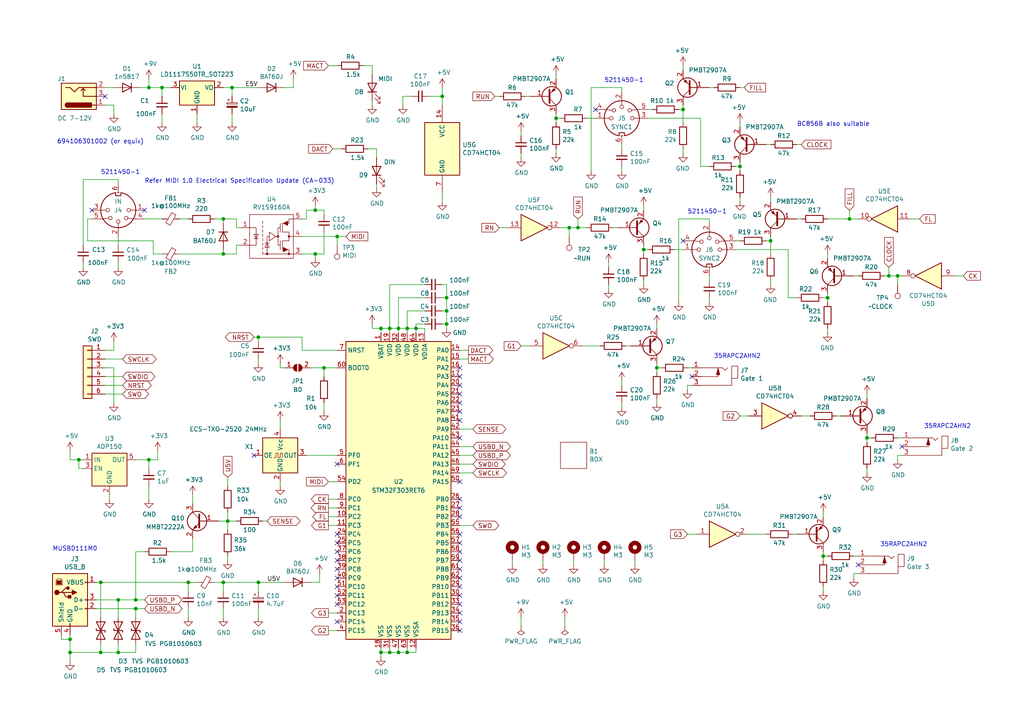
<source format=kicad_sch>
(kicad_sch (version 20211123) (generator eeschema)
  (paper "A4")
  (title_block (title "Syncbox") (date "2024-04-21") (rev "1.1") (company "6-v") (comment 1 "USB, MIDI, DIN synchronisation"))
  (junction (at 74.93 168.91))
  (junction (at 165.1 66.04))
  (junction (at 129.54 86.36))
  (junction (at 20.32 185.42))
  (junction (at 129.54 93.98))
  (junction (at 257.81 80.01))
  (junction (at 223.52 69.85))
  (junction (at 91.44 60.96))
  (junction (at 186.69 72.39))
  (junction (at 29.21 168.91))
  (junction (at 64.77 63.5))
  (junction (at 129.54 90.17))
  (junction (at 29.21 189.23))
  (junction (at 54.61 168.91))
  (junction (at 39.37 176.53))
  (junction (at 34.29 173.99))
  (junction (at 46.99 25.4))
  (junction (at 93.98 106.68))
  (junction (at 67.31 25.4))
  (junction (at 97.79 68.58))
  (junction (at 240.03 86.36))
  (junction (at 91.44 73.66))
  (junction (at 238.76 161.29))
  (junction (at 110.49 189.23))
  (junction (at 113.03 95.25))
  (junction (at 190.5 106.68))
  (junction (at 43.18 133.35))
  (junction (at 118.11 95.25))
  (junction (at 20.32 189.23))
  (junction (at 66.04 151.13))
  (junction (at 167.64 66.04))
  (junction (at 128.27 27.94))
  (junction (at 110.49 95.25))
  (junction (at 64.77 168.91))
  (junction (at 43.18 25.4))
  (junction (at 251.46 127))
  (junction (at 74.93 97.79))
  (junction (at 214.63 48.26))
  (junction (at 198.12 31.75))
  (junction (at 246.38 63.5))
  (junction (at 115.57 95.25))
  (junction (at 260.35 80.01))
  (junction (at 161.29 34.29))
  (junction (at 34.29 189.23))
  (junction (at 113.03 189.23))
  (junction (at 22.86 133.35))
  (junction (at 118.11 189.23))
  (junction (at 39.37 173.99))
  (junction (at 64.77 73.66))
  (junction (at 115.57 189.23))
  (junction (at 120.65 95.25))
  (no_connect (at 97.79 134.62))
  (no_connect (at 97.79 162.56))
  (no_connect (at 133.35 109.22))
  (no_connect (at 97.79 170.18))
  (no_connect (at 133.35 116.84))
  (no_connect (at 133.35 111.76))
  (no_connect (at 133.35 154.94))
  (no_connect (at 133.35 106.68))
  (no_connect (at 97.79 157.48))
  (no_connect (at 133.35 170.18))
  (no_connect (at 261.62 129.54))
  (no_connect (at 97.79 172.72))
  (no_connect (at 133.35 144.78))
  (no_connect (at 97.79 180.34))
  (no_connect (at 133.35 180.34))
  (no_connect (at 133.35 147.32))
  (no_connect (at 97.79 175.26))
  (no_connect (at 133.35 167.64))
  (no_connect (at 97.79 167.64))
  (no_connect (at 172.72 31.75))
  (no_connect (at 248.92 163.83))
  (no_connect (at 26.67 60.96))
  (no_connect (at 133.35 157.48))
  (no_connect (at 133.35 177.8))
  (no_connect (at 30.48 27.94))
  (no_connect (at 133.35 139.7))
  (no_connect (at 133.35 121.92))
  (no_connect (at 133.35 165.1))
  (no_connect (at 133.35 162.56))
  (no_connect (at 41.91 60.96))
  (no_connect (at 133.35 182.88))
  (no_connect (at 133.35 160.02))
  (no_connect (at 97.79 154.94))
  (no_connect (at 97.79 160.02))
  (no_connect (at 133.35 175.26))
  (no_connect (at 97.79 165.1))
  (no_connect (at 133.35 127))
  (no_connect (at 198.12 69.85))
  (no_connect (at 200.66 109.22))
  (no_connect (at 73.66 132.08))
  (no_connect (at 133.35 119.38))
  (no_connect (at 133.35 114.3))
  (no_connect (at 133.35 172.72))
  (no_connect (at 133.35 149.86))
  (wire (pts (xy 123.19 90.17) (xy 118.11 90.17)))
  (wire (pts (xy 33.02 30.48) (xy 33.02 33.02)))
  (wire (pts (xy 69.85 71.12) (xy 68.58 71.12)))
  (wire (pts (xy 232.41 41.91) (xy 231.14 41.91)))
  (wire (pts (xy 20.32 133.35) (xy 22.86 133.35)))
  (wire (pts (xy 186.69 60.96) (xy 186.69 59.69)))
  (wire (pts (xy 54.61 171.45) (xy 54.61 168.91)))
  (wire (pts (xy 20.32 184.15) (xy 20.32 185.42)))
  (wire (pts (xy 129.54 86.36) (xy 129.54 90.17)))
  (wire (pts (xy 87.63 101.6) (xy 87.63 97.79)))
  (wire (pts (xy 64.77 171.45) (xy 64.77 168.91)))
  (wire (pts (xy 82.55 25.4) (xy 85.09 25.4)))
  (wire (pts (xy 34.29 53.34) (xy 34.29 52.07)))
  (wire (pts (xy 217.17 154.94) (xy 222.25 154.94)))
  (wire (pts (xy 107.95 19.05) (xy 107.95 21.59)))
  (wire (pts (xy 22.86 135.89) (xy 22.86 133.35)))
  (wire (pts (xy 87.63 68.58) (xy 97.79 68.58)))
  (wire (pts (xy 29.21 168.91) (xy 54.61 168.91)))
  (wire (pts (xy 95.25 139.7) (xy 97.79 139.7)))
  (wire (pts (xy 133.35 134.62) (xy 137.16 134.62)))
  (wire (pts (xy 41.91 63.5) (xy 46.99 63.5)))
  (wire (pts (xy 109.22 53.34) (xy 109.22 54.61)))
  (wire (pts (xy 198.12 20.32) (xy 198.12 19.05)))
  (wire (pts (xy 68.58 71.12) (xy 68.58 73.66)))
  (wire (pts (xy 67.31 27.94) (xy 67.31 25.4)))
  (wire (pts (xy 129.54 93.98) (xy 129.54 95.25)))
  (wire (pts (xy 200.66 111.76) (xy 199.39 111.76)))
  (wire (pts (xy 240.03 161.29) (xy 238.76 161.29)))
  (wire (pts (xy 62.23 168.91) (xy 64.77 168.91)))
  (wire (pts (xy 213.36 69.85) (xy 214.63 69.85)))
  (wire (pts (xy 88.9 60.96) (xy 91.44 60.96)))
  (wire (pts (xy 92.71 166.37) (xy 92.71 168.91)))
  (wire (pts (xy 93.98 73.66) (xy 91.44 73.66)))
  (wire (pts (xy 177.8 66.04) (xy 179.07 66.04)))
  (wire (pts (xy 40.64 25.4) (xy 43.18 25.4)))
  (wire (pts (xy 198.12 43.18) (xy 198.12 44.45)))
  (wire (pts (xy 93.98 67.31) (xy 93.98 73.66)))
  (wire (pts (xy 232.41 120.65) (xy 234.95 120.65)))
  (wire (pts (xy 120.65 95.25) (xy 118.11 95.25)))
  (wire (pts (xy 68.58 66.04) (xy 68.58 63.5)))
  (wire (pts (xy 128.27 82.55) (xy 129.54 82.55)))
  (wire (pts (xy 34.29 189.23) (xy 39.37 189.23)))
  (wire (pts (xy 45.72 133.35) (xy 43.18 133.35)))
  (wire (pts (xy 186.69 71.12) (xy 186.69 72.39)))
  (wire (pts (xy 257.81 80.01) (xy 260.35 80.01)))
  (wire (pts (xy 74.93 99.06) (xy 74.93 97.79)))
  (wire (pts (xy 180.34 41.91) (xy 180.34 43.18)))
  (wire (pts (xy 133.35 124.46) (xy 137.16 124.46)))
  (wire (pts (xy 120.65 95.25) (xy 120.65 93.98)))
  (wire (pts (xy 55.88 156.21) (xy 55.88 160.02)))
  (wire (pts (xy 118.11 187.96) (xy 118.11 189.23)))
  (wire (pts (xy 166.37 163.83) (xy 166.37 162.56)))
  (wire (pts (xy 39.37 179.07) (xy 39.37 176.53)))
  (wire (pts (xy 180.34 26.67) (xy 180.34 25.4)))
  (wire (pts (xy 27.94 176.53) (xy 39.37 176.53)))
  (wire (pts (xy 29.21 179.07) (xy 29.21 168.91)))
  (wire (pts (xy 129.54 90.17) (xy 129.54 93.98)))
  (wire (pts (xy 90.17 106.68) (xy 93.98 106.68)))
  (wire (pts (xy 95.25 152.4) (xy 97.79 152.4)))
  (wire (pts (xy 24.13 135.89) (xy 22.86 135.89)))
  (wire (pts (xy 161.29 43.18) (xy 161.29 44.45)))
  (wire (pts (xy 207.01 25.4) (xy 205.74 25.4)))
  (wire (pts (xy 251.46 115.57) (xy 251.46 114.3)))
  (wire (pts (xy 91.44 60.96) (xy 93.98 60.96)))
  (wire (pts (xy 113.03 95.25) (xy 110.49 95.25)))
  (wire (pts (xy 66.04 148.59) (xy 66.04 151.13)))
  (wire (pts (xy 170.18 34.29) (xy 172.72 34.29)))
  (wire (pts (xy 30.48 106.68) (xy 33.02 106.68)))
  (wire (pts (xy 213.36 72.39) (xy 228.6 72.39)))
  (wire (pts (xy 105.41 19.05) (xy 107.95 19.05)))
  (wire (pts (xy 256.54 80.01) (xy 257.81 80.01)))
  (wire (pts (xy 128.27 90.17) (xy 129.54 90.17)))
  (wire (pts (xy 46.99 25.4) (xy 49.53 25.4)))
  (wire (pts (xy 30.48 109.22) (xy 35.56 109.22)))
  (wire (pts (xy 133.35 101.6) (xy 135.89 101.6)))
  (wire (pts (xy 133.35 104.14) (xy 135.89 104.14)))
  (wire (pts (xy 162.56 34.29) (xy 161.29 34.29)))
  (wire (pts (xy 176.53 82.55) (xy 176.53 83.82)))
  (wire (pts (xy 144.78 66.04) (xy 147.32 66.04)))
  (wire (pts (xy 97.79 149.86) (xy 95.25 149.86)))
  (wire (pts (xy 120.65 189.23) (xy 118.11 189.23)))
  (wire (pts (xy 246.38 63.5) (xy 248.92 63.5)))
  (wire (pts (xy 76.2 151.13) (xy 77.47 151.13)))
  (wire (pts (xy 215.9 25.4) (xy 214.63 25.4)))
  (wire (pts (xy 93.98 109.22) (xy 93.98 106.68)))
  (wire (pts (xy 97.79 71.12) (xy 97.79 68.58)))
  (wire (pts (xy 55.88 143.51) (xy 55.88 146.05)))
  (wire (pts (xy 115.57 95.25) (xy 113.03 95.25)))
  (wire (pts (xy 68.58 73.66) (xy 64.77 73.66)))
  (wire (pts (xy 41.91 160.02) (xy 39.37 160.02)))
  (wire (pts (xy 238.76 149.86) (xy 238.76 148.59)))
  (wire (pts (xy 26.67 63.5) (xy 25.4 63.5)))
  (wire (pts (xy 157.48 163.83) (xy 157.48 162.56)))
  (wire (pts (xy 118.11 96.52) (xy 118.11 95.25)))
  (wire (pts (xy 33.02 106.68) (xy 33.02 116.84)))
  (wire (pts (xy 30.48 111.76) (xy 35.56 111.76)))
  (wire (pts (xy 214.63 46.99) (xy 214.63 48.26)))
  (wire (pts (xy 25.4 63.5) (xy 25.4 69.85)))
  (wire (pts (xy 118.11 95.25) (xy 115.57 95.25)))
  (wire (pts (xy 248.92 80.01) (xy 247.65 80.01)))
  (wire (pts (xy 39.37 133.35) (xy 43.18 133.35)))
  (wire (pts (xy 248.92 166.37) (xy 247.65 166.37)))
  (wire (pts (xy 242.57 120.65) (xy 243.84 120.65)))
  (wire (pts (xy 34.29 52.07) (xy 24.13 52.07)))
  (wire (pts (xy 95.25 144.78) (xy 97.79 144.78)))
  (wire (pts (xy 176.53 76.2) (xy 176.53 77.47)))
  (wire (pts (xy 238.76 160.02) (xy 238.76 161.29)))
  (wire (pts (xy 73.66 97.79) (xy 74.93 97.79)))
  (wire (pts (xy 251.46 135.89) (xy 251.46 137.16)))
  (wire (pts (xy 39.37 176.53) (xy 41.91 176.53)))
  (wire (pts (xy 64.77 73.66) (xy 52.07 73.66)))
  (wire (pts (xy 260.35 132.08) (xy 260.35 133.35)))
  (wire (pts (xy 161.29 34.29) (xy 161.29 35.56)))
  (wire (pts (xy 223.52 68.58) (xy 223.52 69.85)))
  (wire (pts (xy 115.57 187.96) (xy 115.57 189.23)))
  (wire (pts (xy 152.4 27.94) (xy 153.67 27.94)))
  (wire (pts (xy 260.35 127) (xy 261.62 127)))
  (wire (pts (xy 30.48 25.4) (xy 33.02 25.4)))
  (wire (pts (xy 107.95 29.21) (xy 107.95 30.48)))
  (wire (pts (xy 123.19 86.36) (xy 115.57 86.36)))
  (wire (pts (xy 151.13 179.07) (xy 151.13 181.61)))
  (wire (pts (xy 184.15 163.83) (xy 184.15 162.56)))
  (wire (pts (xy 191.77 106.68) (xy 190.5 106.68)))
  (wire (pts (xy 240.03 95.25) (xy 240.03 96.52)))
  (wire (pts (xy 57.15 33.02) (xy 57.15 35.56)))
  (wire (pts (xy 223.52 81.28) (xy 223.52 82.55)))
  (wire (pts (xy 44.45 73.66) (xy 44.45 69.85)))
  (wire (pts (xy 187.96 31.75) (xy 189.23 31.75)))
  (wire (pts (xy 232.41 63.5) (xy 231.14 63.5)))
  (wire (pts (xy 240.03 85.09) (xy 240.03 86.36)))
  (wire (pts (xy 196.85 31.75) (xy 198.12 31.75)))
  (wire (pts (xy 27.94 173.99) (xy 34.29 173.99)))
  (wire (pts (xy 128.27 86.36) (xy 129.54 86.36)))
  (wire (pts (xy 64.77 25.4) (xy 67.31 25.4)))
  (wire (pts (xy 180.34 110.49) (xy 180.34 111.76)))
  (wire (pts (xy 87.63 97.79) (xy 74.93 97.79)))
  (wire (pts (xy 180.34 48.26) (xy 180.34 49.53)))
  (wire (pts (xy 97.79 177.8) (xy 95.25 177.8)))
  (wire (pts (xy 106.68 43.18) (xy 109.22 43.18)))
  (wire (pts (xy 252.73 127) (xy 251.46 127)))
  (wire (pts (xy 214.63 48.26) (xy 214.63 49.53)))
  (wire (pts (xy 93.98 60.96) (xy 93.98 62.23)))
  (wire (pts (xy 97.79 101.6) (xy 87.63 101.6)))
  (wire (pts (xy 124.46 27.94) (xy 128.27 27.94)))
  (wire (pts (xy 30.48 30.48) (xy 33.02 30.48)))
  (wire (pts (xy 109.22 43.18) (xy 109.22 45.72)))
  (wire (pts (xy 45.72 130.81) (xy 45.72 133.35)))
  (wire (pts (xy 165.1 66.04) (xy 167.64 66.04)))
  (wire (pts (xy 63.5 151.13) (xy 66.04 151.13)))
  (wire (pts (xy 120.65 96.52) (xy 120.65 95.25)))
  (wire (pts (xy 196.85 63.5) (xy 196.85 87.63)))
  (wire (pts (xy 162.56 66.04) (xy 165.1 66.04)))
  (wire (pts (xy 87.63 63.5) (xy 88.9 63.5)))
  (wire (pts (xy 151.13 38.1) (xy 151.13 39.37)))
  (wire (pts (xy 123.19 95.25) (xy 120.65 95.25)))
  (wire (pts (xy 66.04 161.29) (xy 66.04 162.56)))
  (wire (pts (xy 64.77 72.39) (xy 64.77 73.66)))
  (wire (pts (xy 238.76 161.29) (xy 238.76 162.56)))
  (wire (pts (xy 133.35 137.16) (xy 137.16 137.16)))
  (wire (pts (xy 260.35 82.55) (xy 260.35 80.01)))
  (wire (pts (xy 95.25 147.32) (xy 97.79 147.32)))
  (wire (pts (xy 24.13 52.07) (xy 24.13 71.12)))
  (wire (pts (xy 167.64 63.5) (xy 167.64 66.04)))
  (wire (pts (xy 64.77 64.77) (xy 64.77 63.5)))
  (wire (pts (xy 110.49 95.25) (xy 107.95 95.25)))
  (wire (pts (xy 257.81 77.47) (xy 257.81 80.01)))
  (wire (pts (xy 120.65 187.96) (xy 120.65 189.23)))
  (wire (pts (xy 203.2 48.26) (xy 205.74 48.26)))
  (wire (pts (xy 66.04 151.13) (xy 66.04 153.67)))
  (wire (pts (xy 20.32 130.81) (xy 20.32 133.35)))
  (wire (pts (xy 46.99 27.94) (xy 46.99 25.4)))
  (wire (pts (xy 199.39 154.94) (xy 201.93 154.94)))
  (wire (pts (xy 110.49 187.96) (xy 110.49 189.23)))
  (wire (pts (xy 93.98 116.84) (xy 93.98 119.38)))
  (wire (pts (xy 128.27 55.88) (xy 128.27 58.42)))
  (wire (pts (xy 205.74 63.5) (xy 196.85 63.5)))
  (wire (pts (xy 97.79 182.88) (xy 95.25 182.88)))
  (wire (pts (xy 39.37 160.02) (xy 39.37 173.99)))
  (wire (pts (xy 34.29 186.69) (xy 34.29 189.23)))
  (wire (pts (xy 113.03 189.23) (xy 110.49 189.23)))
  (wire (pts (xy 81.28 105.41) (xy 81.28 106.68)))
  (wire (pts (xy 228.6 86.36) (xy 231.14 86.36)))
  (wire (pts (xy 110.49 189.23) (xy 110.49 190.5)))
  (wire (pts (xy 128.27 27.94) (xy 128.27 30.48)))
  (wire (pts (xy 205.74 80.01) (xy 205.74 81.28)))
  (wire (pts (xy 29.21 189.23) (xy 34.29 189.23)))
  (wire (pts (xy 198.12 31.75) (xy 198.12 35.56)))
  (wire (pts (xy 167.64 66.04) (xy 170.18 66.04)))
  (wire (pts (xy 91.44 73.66) (xy 91.44 74.93)))
  (wire (pts (xy 118.11 90.17) (xy 118.11 95.25)))
  (wire (pts (xy 113.03 82.55) (xy 113.03 95.25)))
  (wire (pts (xy 43.18 25.4) (xy 46.99 25.4)))
  (wire (pts (xy 161.29 22.86) (xy 161.29 21.59)))
  (wire (pts (xy 118.11 189.23) (xy 115.57 189.23)))
  (wire (pts (xy 30.48 104.14) (xy 35.56 104.14)))
  (wire (pts (xy 17.78 184.15) (xy 17.78 185.42)))
  (wire (pts (xy 66.04 151.13) (xy 68.58 151.13)))
  (wire (pts (xy 88.9 63.5) (xy 88.9 60.96)))
  (wire (pts (xy 180.34 25.4) (xy 171.45 25.4)))
  (wire (pts (xy 34.29 179.07) (xy 34.29 173.99)))
  (wire (pts (xy 264.16 63.5) (xy 266.7 63.5)))
  (wire (pts (xy 128.27 25.4) (xy 128.27 27.94)))
  (wire (pts (xy 128.27 93.98) (xy 129.54 93.98)))
  (wire (pts (xy 247.65 161.29) (xy 248.92 161.29)))
  (wire (pts (xy 186.69 72.39) (xy 186.69 73.66)))
  (wire (pts (xy 195.58 72.39) (xy 198.12 72.39)))
  (wire (pts (xy 74.93 176.53) (xy 74.93 179.07)))
  (wire (pts (xy 96.52 43.18) (xy 99.06 43.18)))
  (wire (pts (xy 133.35 132.08) (xy 137.16 132.08)))
  (wire (pts (xy 279.4 80.01) (xy 276.86 80.01)))
  (wire (pts (xy 148.59 162.56) (xy 148.59 163.83)))
  (wire (pts (xy 97.79 68.58) (xy 100.33 68.58)))
  (wire (pts (xy 123.19 96.52) (xy 123.19 95.25)))
  (wire (pts (xy 91.44 59.69) (xy 91.44 60.96)))
  (wire (pts (xy 43.18 135.89) (xy 43.18 133.35)))
  (wire (pts (xy 246.38 60.96) (xy 246.38 63.5)))
  (wire (pts (xy 187.96 72.39) (xy 186.69 72.39)))
  (wire (pts (xy 22.86 133.35) (xy 24.13 133.35)))
  (wire (pts (xy 171.45 25.4) (xy 171.45 49.53)))
  (wire (pts (xy 20.32 189.23) (xy 20.32 191.77)))
  (wire (pts (xy 203.2 34.29) (xy 203.2 48.26)))
  (wire (pts (xy 39.37 189.23) (xy 39.37 186.69)))
  (wire (pts (xy 69.85 66.04) (xy 68.58 66.04)))
  (wire (pts (xy 95.25 19.05) (xy 97.79 19.05)))
  (wire (pts (xy 55.88 160.02) (xy 49.53 160.02)))
  (wire (pts (xy 74.93 104.14) (xy 74.93 105.41)))
  (wire (pts (xy 29.21 186.69) (xy 29.21 189.23)))
  (wire (pts (xy 24.13 76.2) (xy 24.13 77.47)))
  (wire (pts (xy 119.38 27.94) (xy 116.84 27.94)))
  (wire (pts (xy 67.31 25.4) (xy 74.93 25.4)))
  (wire (pts (xy 46.99 33.02) (xy 46.99 35.56)))
  (wire (pts (xy 92.71 168.91) (xy 90.17 168.91)))
  (wire (pts (xy 66.04 138.43) (xy 66.04 140.97)))
  (wire (pts (xy 161.29 33.02) (xy 161.29 34.29)))
  (wire (pts (xy 74.93 168.91) (xy 82.55 168.91)))
  (wire (pts (xy 64.77 168.91) (xy 74.93 168.91)))
  (wire (pts (xy 223.52 69.85) (xy 223.52 73.66)))
  (wire (pts (xy 20.32 189.23) (xy 29.21 189.23)))
  (wire (pts (xy 110.49 96.52) (xy 110.49 95.25)))
  (wire (pts (xy 67.31 33.02) (xy 67.31 35.56)))
  (wire (pts (xy 31.75 143.51) (xy 31.75 144.78)))
  (wire (pts (xy 116.84 27.94) (xy 116.84 30.48)))
  (wire (pts (xy 251.46 127) (xy 251.46 128.27)))
  (wire (pts (xy 151.13 100.33) (xy 153.67 100.33)))
  (wire (pts (xy 240.03 86.36) (xy 240.03 87.63)))
  (wire (pts (xy 163.83 179.07) (xy 163.83 181.61)))
  (wire (pts (xy 247.65 166.37) (xy 247.65 167.64)))
  (wire (pts (xy 238.76 170.18) (xy 238.76 171.45)))
  (wire (pts (xy 120.65 93.98) (xy 123.19 93.98)))
  (wire (pts (xy 113.03 187.96) (xy 113.03 189.23)))
  (wire (pts (xy 190.5 95.25) (xy 190.5 93.98)))
  (wire (pts (xy 168.91 100.33) (xy 173.99 100.33)))
  (wire (pts (xy 261.62 132.08) (xy 260.35 132.08)))
  (wire (pts (xy 81.28 139.7) (xy 81.28 140.97)))
  (wire (pts (xy 205.74 86.36) (xy 205.74 87.63)))
  (wire (pts (xy 213.36 48.26) (xy 214.63 48.26)))
  (wire (pts (xy 85.09 25.4) (xy 85.09 22.86)))
  (wire (pts (xy 214.63 120.65) (xy 217.17 120.65)))
  (wire (pts (xy 52.07 63.5) (xy 54.61 63.5)))
  (wire (pts (xy 190.5 105.41) (xy 190.5 106.68)))
  (wire (pts (xy 115.57 189.23) (xy 113.03 189.23)))
  (wire (pts (xy 34.29 68.58) (xy 34.29 71.12)))
  (wire (pts (xy 133.35 129.54) (xy 137.16 129.54)))
  (wire (pts (xy 223.52 41.91) (xy 222.25 41.91)))
  (wire (pts (xy 64.77 63.5) (xy 62.23 63.5)))
  (wire (pts (xy 46.99 73.66) (xy 44.45 73.66)))
  (wire (pts (xy 34.29 76.2) (xy 34.29 77.47)))
  (wire (pts (xy 133.35 152.4) (xy 137.16 152.4)))
  (wire (pts (xy 39.37 173.99) (xy 41.91 173.99)))
  (wire (pts (xy 251.46 125.73) (xy 251.46 127)))
  (wire (pts (xy 87.63 73.66) (xy 91.44 73.66)))
  (wire (pts (xy 129.54 82.55) (xy 129.54 86.36)))
  (wire (pts (xy 88.9 132.08) (xy 97.79 132.08)))
  (wire (pts (xy 107.95 93.98) (xy 107.95 95.25)))
  (wire (pts (xy 43.18 22.86) (xy 43.18 25.4)))
  (wire (pts (xy 74.93 171.45) (xy 74.93 168.91)))
  (wire (pts (xy 151.13 44.45) (xy 151.13 45.72)))
  (wire (pts (xy 238.76 86.36) (xy 240.03 86.36)))
  (wire (pts (xy 199.39 111.76) (xy 199.39 113.03)))
  (wire (pts (xy 93.98 106.68) (xy 97.79 106.68)))
  (wire (pts (xy 27.94 168.91) (xy 29.21 168.91)))
  (wire (pts (xy 175.26 163.83) (xy 175.26 162.56)))
  (wire (pts (xy 181.61 100.33) (xy 182.88 100.33)))
  (wire (pts (xy 54.61 168.91) (xy 57.15 168.91)))
  (wire (pts (xy 43.18 140.97) (xy 43.18 144.78)))
  (wire (pts (xy 228.6 72.39) (xy 228.6 86.36)))
  (wire (pts (xy 17.78 185.42) (xy 20.32 185.42)))
  (wire (pts (xy 115.57 96.52) (xy 115.57 95.25)))
  (wire (pts (xy 30.48 101.6) (xy 33.02 101.6)))
  (wire (pts (xy 186.69 81.28) (xy 186.69 82.55)))
  (wire (pts (xy 187.96 34.29) (xy 203.2 34.29)))
  (wire (pts (xy 143.51 27.94) (xy 144.78 27.94)))
  (wire (pts (xy 44.45 69.85) (xy 25.4 69.85)))
  (wire (pts (xy 190.5 115.57) (xy 190.5 116.84)))
  (wire (pts (xy 222.25 69.85) (xy 223.52 69.85)))
  (wire (pts (xy 165.1 68.58) (xy 165.1 66.04)))
  (wire (pts (xy 214.63 57.15) (xy 214.63 58.42)))
  (wire (pts (xy 54.61 176.53) (xy 54.61 179.07)))
  (wire (pts (xy 20.32 185.42) (xy 20.32 189.23)))
  (wire (pts (xy 199.39 106.68) (xy 200.66 106.68)))
  (wire (pts (xy 33.02 101.6) (xy 33.02 99.06)))
  (wire (pts (xy 240.03 63.5) (xy 246.38 63.5)))
  (wire (pts (xy 229.87 154.94) (xy 231.14 154.94)))
  (wire (pts (xy 113.03 96.52) (xy 113.03 95.25)))
  (wire (pts (xy 64.77 176.53) (xy 64.77 179.07)))
  (wire (pts (xy 198.12 30.48) (xy 198.12 31.75)))
  (wire (pts (xy 180.34 116.84) (xy 180.34 118.11)))
  (wire (pts (xy 205.74 64.77) (xy 205.74 63.5)))
  (wire (pts (xy 81.28 121.92) (xy 81.28 124.46)))
  (wire (pts (xy 34.29 173.99) (xy 39.37 173.99)))
  (wire (pts (xy 190.5 106.68) (xy 190.5 107.95)))
  (wire (pts (xy 30.48 114.3) (xy 35.56 114.3)))
  (wire (pts (xy 260.35 80.01) (xy 261.62 80.01)))
  (wire (pts (xy 214.63 36.83) (xy 214.63 35.56)))
  (wire (pts (xy 81.28 106.68) (xy 82.55 106.68)))
  (wire (pts (xy 68.58 63.5) (xy 64.77 63.5)))
  (wire (pts (xy 123.19 82.55) (xy 113.03 82.55)))
  (wire (pts (xy 240.03 74.93) (xy 240.03 73.66)))
  (wire (pts (xy 223.52 58.42) (xy 223.52 57.15)))
  (wire (pts (xy 115.57 86.36) (xy 115.57 95.25)))
  (text "5211450-1" (at 29.21 50.8 0) (effects (font (size 1.27 1.27)) (justify left bottom)))
  (text "Refer MIDI 1.0 Electrical Specification Update (CA-033)" (at 41.91 53.34 0) (effects (font (size 1.27 1.27)) (justify left bottom)))
  (text "5211450-1" (at 199.39 62.23 0) (effects (font (size 1.27 1.27)) (justify left bottom)))
  (text "35RAPC2AHN2" (at 207.01 104.14 0) (effects (font (size 1.27 1.27)) (justify left bottom)))
  (text "BC856B also suitable" (at 231.14 36.83 0) (effects (font (size 1.27 1.27)) (justify left bottom)))
  (text "694106301002 (or equiv)" (at 16.51 41.91 0) (effects (font (size 1.27 1.27)) (justify left bottom)))
  (text "35RAPC2AHN2" (at 255.27 158.75 0) (effects (font (size 1.27 1.27)) (justify left bottom)))
  (text "MUSBD111M0" (at 15.24 160.02 0) (effects (font (size 1.27 1.27)) (justify left bottom)))
  (text "5211450-1" (at 175.26 24.13 0) (effects (font (size 1.27 1.27)) (justify left bottom)))
  (text "35RAPC2AHN2" (at 267.97 124.46 0) (effects (font (size 1.27 1.27)) (justify left bottom)))
  (label "E5V" (at 71.12 25.4 0))
  (label "U5V" (at 77.47 168.91 0))
  (global_label "SENSE" (shape bidirectional) (at 77.47 151.13 0) (property "Intersheet References" "${INTERSHEET_REFS}" (effects hide)))
  (global_label "FL" (shape output) (at 95.25 149.86 180) (property "Intersheet References" "${INTERSHEET_REFS}" (effects hide)))
  (global_label "U5V" (shape input) (at 66.04 138.43 90) (property "Intersheet References" "${INTERSHEET_REFS}" (effects hide)))
  (global_label "G1" (shape input) (at 151.13 100.33 180) (property "Intersheet References" "${INTERSHEET_REFS}" (effects hide)))
  (global_label "RN" (shape output) (at 95.25 147.32 180) (property "Intersheet References" "${INTERSHEET_REFS}" (effects hide)))
  (global_label "CK" (shape output) (at 95.25 144.78 180) (property "Intersheet References" "${INTERSHEET_REFS}" (effects hide)))
  (global_label "G2" (shape output) (at 95.25 182.88 180) (property "Intersheet References" "${INTERSHEET_REFS}" (effects hide)))
  (global_label "SENSE" (shape bidirectional) (at 137.16 124.46 0) (property "Intersheet References" "${INTERSHEET_REFS}" (effects hide)))
  (global_label "SWO" (shape bidirectional) (at 35.56 114.3 0) (property "Intersheet References" "${INTERSHEET_REFS}" (effects hide)))
  (global_label "MACT" (shape output) (at 135.89 104.14 0) (property "Intersheet References" "${INTERSHEET_REFS}" (effects hide)))
  (global_label "G1" (shape output) (at 95.25 152.4 180) (property "Intersheet References" "${INTERSHEET_REFS}" (effects hide)))
  (global_label "CLOCK" (shape input) (at 257.81 77.47 90) (property "Intersheet References" "${INTERSHEET_REFS}" (effects hide)))
  (global_label "SWDIO" (shape bidirectional) (at 35.56 109.22 0) (property "Intersheet References" "${INTERSHEET_REFS}" (effects hide)))
  (global_label "FL" (shape input) (at 266.7 63.5 0) (property "Intersheet References" "${INTERSHEET_REFS}" (effects hide)))
  (global_label "MIDI" (shape input) (at 95.25 139.7 180) (property "Intersheet References" "${INTERSHEET_REFS}" (effects hide)))
  (global_label "NRST" (shape bidirectional) (at 35.56 111.76 0) (property "Intersheet References" "${INTERSHEET_REFS}" (effects hide)))
  (global_label "USBD_P" (shape bidirectional) (at 41.91 173.99 0) (property "Intersheet References" "${INTERSHEET_REFS}" (effects hide)))
  (global_label "USBD_N" (shape bidirectional) (at 137.16 129.54 0) (property "Intersheet References" "${INTERSHEET_REFS}" (effects hide)))
  (global_label "SWO" (shape bidirectional) (at 137.16 152.4 0) (property "Intersheet References" "${INTERSHEET_REFS}" (effects hide)))
  (global_label "G3" (shape input) (at 199.39 154.94 180) (property "Intersheet References" "${INTERSHEET_REFS}" (effects hide)))
  (global_label "RUN" (shape input) (at 167.64 63.5 90) (property "Intersheet References" "${INTERSHEET_REFS}" (effects hide)))
  (global_label "G3" (shape output) (at 95.25 177.8 180) (property "Intersheet References" "${INTERSHEET_REFS}" (effects hide)))
  (global_label "CLOCK" (shape input) (at 232.41 41.91 0) (property "Intersheet References" "${INTERSHEET_REFS}" (effects hide)))
  (global_label "RUN" (shape input) (at 143.51 27.94 180) (property "Intersheet References" "${INTERSHEET_REFS}" (effects hide)))
  (global_label "SWCLK" (shape bidirectional) (at 35.56 104.14 0) (property "Intersheet References" "${INTERSHEET_REFS}" (effects hide)))
  (global_label "SWCLK" (shape bidirectional) (at 137.16 137.16 0) (property "Intersheet References" "${INTERSHEET_REFS}" (effects hide)))
  (global_label "RN" (shape input) (at 144.78 66.04 180) (property "Intersheet References" "${INTERSHEET_REFS}" (effects hide)))
  (global_label "SWDIO" (shape bidirectional) (at 137.16 134.62 0) (property "Intersheet References" "${INTERSHEET_REFS}" (effects hide)))
  (global_label "DACT" (shape input) (at 96.52 43.18 180) (property "Intersheet References" "${INTERSHEET_REFS}" (effects hide)))
  (global_label "FILL" (shape input) (at 215.9 25.4 0) (property "Intersheet References" "${INTERSHEET_REFS}" (effects hide)))
  (global_label "FILL" (shape input) (at 246.38 60.96 90) (property "Intersheet References" "${INTERSHEET_REFS}" (effects hide)))
  (global_label "MIDI" (shape input) (at 100.33 68.58 0) (property "Intersheet References" "${INTERSHEET_REFS}" (effects hide)))
  (global_label "MACT" (shape input) (at 95.25 19.05 180) (property "Intersheet References" "${INTERSHEET_REFS}" (effects hide)))
  (global_label "G2" (shape input) (at 214.63 120.65 180) (property "Intersheet References" "${INTERSHEET_REFS}" (effects hide)))
  (global_label "USBD_N" (shape bidirectional) (at 41.91 176.53 0) (property "Intersheet References" "${INTERSHEET_REFS}" (effects hide)))
  (global_label "USBD_P" (shape bidirectional) (at 137.16 132.08 0) (property "Intersheet References" "${INTERSHEET_REFS}" (effects hide)))
  (global_label "CK" (shape input) (at 279.4 80.01 0) (property "Intersheet References" "${INTERSHEET_REFS}" (effects hide)))
  (global_label "NRST" (shape bidirectional) (at 73.66 97.79 180) (property "Intersheet References" "${INTERSHEET_REFS}" (effects hide)))
  (global_label "DACT" (shape output) (at 135.89 101.6 0) (property "Intersheet References" "${INTERSHEET_REFS}" (effects hide)))
  (symbol (lib_id "Device:R") (at 148.59 27.94 270) (unit 1)
    (property "Reference" "R6" (at 148.59 25.4 90))
    (property "Value" "47k" (at 148.59 30.48 90))
    (property "Footprint" "Syncbox:R_0805_2012Metric_Pad1.15x1.40mm_HandSolder" (effects hide))
  )
  (symbol (lib_id "Device:R") (at 161.29 39.37 0) (unit 1)
    (property "Reference" "R5" (at 163.068 38.2016 0) (effects (justify left)))
    (property "Value" "22k" (at 163.068 40.513 0) (effects (justify left)))
    (property "Footprint" "Syncbox:R_0805_2012Metric_Pad1.15x1.40mm_HandSolder" (effects hide))
  )
  (symbol (lib_id "power:GND") (at 161.29 44.45 0) (unit 1)
    (property "Reference" "#PWR010" (effects hide))
    (property "Value" "GND" (at 161.417 48.8442 0))
  )
  (symbol (lib_id "Device:R") (at 166.37 34.29 270) (unit 1)
    (property "Reference" "R7" (at 167.64 31.75 90))
    (property "Value" "1k" (at 167.64 36.83 90))
    (property "Footprint" "Syncbox:R_0805_2012Metric_Pad1.15x1.40mm_HandSolder" (effects hide))
  )
  (symbol (lib_id "Device:Q_PNP_BEC") (at 158.75 27.94 0) (mirror x) (unit 1)
    (property "Reference" "Q1" (at 163.83 26.67 0) (effects (justify left)))
    (property "Value" "PMBT2907A" (at 148.59 22.86 0) (effects (justify left)))
    (property "Footprint" "Syncbox:SOT-23_Handsoldering" (effects hide))
  )
  (symbol (lib_id "power:+5V") (at 161.29 21.59 0) (unit 1)
    (property "Reference" "#PWR02" (effects hide))
    (property "Value" "+5V" (at 161.671 17.1958 0))
  )
  (symbol (lib_id "power:+3V3") (at 45.72 130.81 0) (unit 1)
    (property "Reference" "#PWR041" (effects hide))
    (property "Value" "+3V3" (at 46.101 126.4158 0))
  )
  (symbol (lib_id "syncbox:142AX") (at 205.74 109.22 0) (mirror y) (unit 1)
    (property "Reference" "J7" (at 214.7062 107.442 0) (effects (justify right)))
    (property "Value" "Gate 1" (at 214.7062 109.7534 0) (effects (justify right)))
    (property "Footprint" "Syncbox:35RAPC2AHN2" (effects hide))
  )
  (symbol (lib_id "syncbox:MIDI") (at 34.29 60.96 180) (unit 1)
    (property "Reference" "J4" (at 34.29 60.96 0))
    (property "Value" "IN" (at 34.29 58.42 0))
    (property "Footprint" "Syncbox:5211450-1" (effects hide))
  )
  (symbol (lib_id "power:GND") (at 24.13 77.47 0) (unit 1)
    (property "Reference" "#PWR020" (effects hide))
    (property "Value" "GND" (at 24.257 81.8642 0))
  )
  (symbol (lib_id "power:GND") (at 34.29 77.47 0) (unit 1)
    (property "Reference" "#PWR021" (effects hide))
    (property "Value" "GND" (at 34.417 81.8642 0))
  )
  (symbol (lib_id "Device:C_Small") (at 34.29 73.66 0) (unit 1)
    (property "Reference" "C14" (at 36.6268 72.4916 0) (effects (justify left)))
    (property "Value" "100nF" (at 36.83 74.93 0) (effects (justify left)))
    (property "Footprint" "Syncbox:C_0805_2012Metric_Pad1.15x1.40mm_HandSolder" (effects hide))
  )
  (symbol (lib_id "Device:C_Small") (at 24.13 73.66 0) (unit 1)
    (property "Reference" "C13" (at 26.67 72.39 0) (effects (justify left)))
    (property "Value" "100nF" (at 25.4 76.2 0) (effects (justify left)))
    (property "Footprint" "Syncbox:C_0805_2012Metric_Pad1.15x1.40mm_HandSolder" (effects hide))
  )
  (symbol (lib_id "Device:R") (at 93.98 113.03 0) (unit 1)
    (property "Reference" "R1" (at 90.17 115.57 0))
    (property "Value" "10k" (at 90.17 118.11 0))
    (property "Footprint" "Syncbox:R_0805_2012Metric_Pad1.15x1.40mm_HandSolder" (effects hide))
  )
  (symbol (lib_id "power:GND") (at 93.98 119.38 0) (unit 1)
    (property "Reference" "#PWR033" (effects hide))
    (property "Value" "GND" (at 94.107 123.7742 0))
  )
  (symbol (lib_id "Device:C_Small") (at 74.93 101.6 0) (unit 1)
    (property "Reference" "C5" (at 72.39 100.33 0) (effects (justify right)))
    (property "Value" "100nF" (at 72.39 102.87 0) (effects (justify right)))
    (property "Footprint" "Syncbox:C_0805_2012Metric_Pad1.15x1.40mm_HandSolder" (effects hide))
  )
  (symbol (lib_id "power:GND") (at 74.93 105.41 0) (unit 1)
    (property "Reference" "#PWR032" (effects hide))
    (property "Value" "GND" (at 75.057 109.8042 0))
  )
  (symbol (lib_id "power:GND") (at 199.39 113.03 0) (unit 1)
    (property "Reference" "#PWR036" (effects hide))
    (property "Value" "GND" (at 199.517 117.4242 0))
  )
  (symbol (lib_id "Device:R") (at 177.8 100.33 270) (unit 1)
    (property "Reference" "R25" (at 177.8 97.79 90))
    (property "Value" "47k" (at 177.8 102.87 90))
    (property "Footprint" "Syncbox:R_0805_2012Metric_Pad1.15x1.40mm_HandSolder" (effects hide))
  )
  (symbol (lib_id "Device:R") (at 190.5 111.76 0) (unit 1)
    (property "Reference" "R26" (at 192.278 110.5916 0) (effects (justify left)))
    (property "Value" "22k" (at 192.278 112.903 0) (effects (justify left)))
    (property "Footprint" "Syncbox:R_0805_2012Metric_Pad1.15x1.40mm_HandSolder" (effects hide))
  )
  (symbol (lib_id "power:GND") (at 190.5 116.84 0) (unit 1)
    (property "Reference" "#PWR038" (effects hide))
    (property "Value" "GND" (at 190.627 121.2342 0))
  )
  (symbol (lib_id "Device:R") (at 195.58 106.68 270) (unit 1)
    (property "Reference" "R24" (at 196.85 104.14 90))
    (property "Value" "1k" (at 196.85 109.22 90))
    (property "Footprint" "Syncbox:R_0805_2012Metric_Pad1.15x1.40mm_HandSolder" (effects hide))
  )
  (symbol (lib_id "Device:Q_PNP_BEC") (at 187.96 100.33 0) (mirror x) (unit 1)
    (property "Reference" "Q7" (at 193.04 99.06 0) (effects (justify left)))
    (property "Value" "PMBT2907A" (at 177.8 95.25 0) (effects (justify left)))
    (property "Footprint" "Syncbox:SOT-23_Handsoldering" (effects hide))
  )
  (symbol (lib_id "power:+5V") (at 190.5 93.98 0) (unit 1)
    (property "Reference" "#PWR030" (effects hide))
    (property "Value" "+5V" (at 190.881 89.5858 0))
  )
  (symbol (lib_id "MCU_ST_STM32F3:STM32F303RETx") (at 115.57 142.24 0) (unit 1)
    (property "Reference" "U2" (at 115.57 139.7 0))
    (property "Value" "STM32F303RET6" (at 115.57 142.24 0))
    (property "Footprint" "Syncbox:LQFP-64_10x10mm_P0.5mm" (effects hide))
    (property "Datasheet" "http://www.st.com/st-web-ui/static/active/en/resource/technical/document/datasheet/DM00118585.pdf" (effects hide))
    (property "LCSC" "C183214" (effects hide))
  )
  (symbol (lib_id "syncbox-rescue:Ferrite_Bead_Small-Device") (at 49.53 63.5 270) (unit 1)
    (property "Reference" "FB1" (at 49.53 57.4802 90))
    (property "Value" "1k@100MHz" (at 49.53 59.69 90))
    (property "Footprint" "Syncbox:L_0603_1608Metric_Pad1.05x0.95mm_HandSolder" (effects hide))
  )
  (symbol (lib_id "syncbox-rescue:Ferrite_Bead_Small-Device") (at 49.53 73.66 270) (unit 1)
    (property "Reference" "FB2" (at 49.53 78.74 90))
    (property "Value" "1k@100MHz" (at 49.53 76.2 90))
    (property "Footprint" "Syncbox:L_0603_1608Metric_Pad1.05x0.95mm_HandSolder" (effects hide))
  )
  (symbol (lib_id "Device:R") (at 58.42 63.5 270) (unit 1)
    (property "Reference" "R3" (at 58.42 58.2422 90))
    (property "Value" "220" (at 58.42 60.5536 90))
    (property "Footprint" "Syncbox:R_0805_2012Metric_Pad1.15x1.40mm_HandSolder" (effects hide))
  )
  (symbol (lib_id "Device:D") (at 64.77 68.58 270) (unit 1)
    (property "Reference" "D7" (at 59.69 67.31 90) (effects (justify left)))
    (property "Value" "BAT60J" (at 55.88 69.85 90) (effects (justify left)))
    (property "Footprint" "Diode_SMD:D_SOD-323_HandSoldering" (effects hide))
  )
  (symbol (lib_id "syncbox:RV1S9160A") (at 78.74 68.58 0) (unit 1)
    (property "Reference" "U4" (at 78.74 57.785 0))
    (property "Value" "RV1S9160A" (at 78.74 60.0964 0))
    (property "Footprint" "Syncbox:SO-5_4.4x3.6mm_P1.27mm" (effects hide))
    (property "Datasheet" "reference/RV1S9160A.pdf" (effects hide))
  )
  (symbol (lib_id "power:+3V3") (at 91.44 59.69 0) (unit 1)
    (property "Reference" "#PWR016" (effects hide))
    (property "Value" "+3V3" (at 91.821 55.2958 0))
  )
  (symbol (lib_id "Device:C_Small") (at 93.98 64.77 0) (unit 1)
    (property "Reference" "C12" (at 96.3168 63.6016 0) (effects (justify left)))
    (property "Value" "100nF" (at 96.3168 65.913 0) (effects (justify left)))
    (property "Footprint" "Syncbox:C_0805_2012Metric_Pad1.15x1.40mm_HandSolder" (effects hide))
  )
  (symbol (lib_id "power:GND") (at 91.44 74.93 0) (unit 1)
    (property "Reference" "#PWR019" (effects hide))
    (property "Value" "GND" (at 91.567 79.3242 0))
  )
  (symbol (lib_id "syncbox:142AX") (at 266.7 129.54 0) (mirror y) (unit 1)
    (property "Reference" "J8" (at 275.6662 127.762 0) (effects (justify right)))
    (property "Value" "Gate 2" (at 275.6662 130.0734 0) (effects (justify right)))
    (property "Footprint" "Syncbox:35RAPC2AHN2" (effects hide))
  )
  (symbol (lib_id "power:GND") (at 260.35 133.35 0) (unit 1)
    (property "Reference" "#PWR042" (effects hide))
    (property "Value" "GND" (at 260.477 137.7442 0))
  )
  (symbol (lib_id "Device:R") (at 238.76 120.65 270) (unit 1)
    (property "Reference" "R28" (at 238.76 118.11 90))
    (property "Value" "47k" (at 238.76 123.19 90))
    (property "Footprint" "Syncbox:R_0805_2012Metric_Pad1.15x1.40mm_HandSolder" (effects hide))
  )
  (symbol (lib_id "Device:R") (at 251.46 132.08 0) (unit 1)
    (property "Reference" "R27" (at 253.238 130.9116 0) (effects (justify left)))
    (property "Value" "22k" (at 253.238 133.223 0) (effects (justify left)))
    (property "Footprint" "Syncbox:R_0805_2012Metric_Pad1.15x1.40mm_HandSolder" (effects hide))
  )
  (symbol (lib_id "power:GND") (at 251.46 137.16 0) (unit 1)
    (property "Reference" "#PWR044" (effects hide))
    (property "Value" "GND" (at 251.587 141.5542 0))
  )
  (symbol (lib_id "Device:R") (at 256.54 127 270) (unit 1)
    (property "Reference" "R29" (at 257.81 124.46 90))
    (property "Value" "1k" (at 257.81 129.54 90))
    (property "Footprint" "Syncbox:R_0805_2012Metric_Pad1.15x1.40mm_HandSolder" (effects hide))
  )
  (symbol (lib_id "Device:Q_PNP_BEC") (at 248.92 120.65 0) (mirror x) (unit 1)
    (property "Reference" "Q8" (at 254 119.38 0) (effects (justify left)))
    (property "Value" "PMBT2907A" (at 238.76 115.57 0) (effects (justify left)))
    (property "Footprint" "Syncbox:SOT-23_Handsoldering" (effects hide))
  )
  (symbol (lib_id "power:+5V") (at 251.46 114.3 0) (unit 1)
    (property "Reference" "#PWR034" (effects hide))
    (property "Value" "+5V" (at 251.841 109.9058 0))
  )
  (symbol (lib_id "syncbox:142AX") (at 254 163.83 0) (mirror y) (unit 1)
    (property "Reference" "J9" (at 262.9662 162.052 0) (effects (justify right)))
    (property "Value" "Gate 3" (at 262.9662 164.3634 0) (effects (justify right)))
    (property "Footprint" "Syncbox:35RAPC2AHN2" (effects hide))
  )
  (symbol (lib_id "power:GND") (at 247.65 167.64 0) (unit 1)
    (property "Reference" "#PWR048" (effects hide))
    (property "Value" "GND" (at 247.777 172.0342 0))
  )
  (symbol (lib_id "Device:R") (at 226.06 154.94 270) (unit 1)
    (property "Reference" "R31" (at 226.06 152.4 90))
    (property "Value" "47k" (at 226.06 157.48 90))
    (property "Footprint" "Syncbox:R_0805_2012Metric_Pad1.15x1.40mm_HandSolder" (effects hide))
  )
  (symbol (lib_id "Device:R") (at 238.76 166.37 0) (unit 1)
    (property "Reference" "R30" (at 240.538 165.2016 0) (effects (justify left)))
    (property "Value" "22k" (at 240.538 167.513 0) (effects (justify left)))
    (property "Footprint" "Syncbox:R_0805_2012Metric_Pad1.15x1.40mm_HandSolder" (effects hide))
  )
  (symbol (lib_id "power:GND") (at 238.76 171.45 0) (unit 1)
    (property "Reference" "#PWR050" (effects hide))
    (property "Value" "GND" (at 238.887 175.8442 0))
  )
  (symbol (lib_id "Device:R") (at 243.84 161.29 270) (unit 1)
    (property "Reference" "R32" (at 245.11 158.75 90))
    (property "Value" "1k" (at 245.11 163.83 90))
    (property "Footprint" "Syncbox:R_0805_2012Metric_Pad1.15x1.40mm_HandSolder" (effects hide))
  )
  (symbol (lib_id "Device:Q_PNP_BEC") (at 236.22 154.94 0) (mirror x) (unit 1)
    (property "Reference" "Q9" (at 241.3 153.67 0) (effects (justify left)))
    (property "Value" "PMBT2907A" (at 226.06 149.86 0) (effects (justify left)))
    (property "Footprint" "Syncbox:SOT-23_Handsoldering" (effects hide))
  )
  (symbol (lib_id "power:+5V") (at 238.76 148.59 0) (unit 1)
    (property "Reference" "#PWR043" (effects hide))
    (property "Value" "+5V" (at 239.141 144.1958 0))
  )
  (symbol (lib_name "MIDI_1") (lib_id "syncbox:MIDI") (at 180.34 34.29 0) (unit 1)
    (property "Reference" "J5" (at 180.34 34.29 0))
    (property "Value" "SYNC1" (at 180.34 36.83 0))
    (property "Footprint" "Syncbox:5211450-1" (effects hide))
  )
  (symbol (lib_id "Device:C_Small") (at 180.34 45.72 0) (unit 1)
    (property "Reference" "C15" (at 182.6768 44.5516 0) (effects (justify left)))
    (property "Value" "100nF" (at 182.6768 46.863 0) (effects (justify left)))
    (property "Footprint" "Syncbox:C_0805_2012Metric_Pad1.15x1.40mm_HandSolder" (effects hide))
  )
  (symbol (lib_id "power:GND") (at 180.34 49.53 0) (unit 1)
    (property "Reference" "#PWR013" (effects hide))
    (property "Value" "GND" (at 180.467 53.9242 0))
  )
  (symbol (lib_id "power:GND") (at 171.45 49.53 0) (unit 1)
    (property "Reference" "#PWR012" (effects hide))
    (property "Value" "GND" (at 171.577 53.9242 0))
  )
  (symbol (lib_id "syncbox-rescue:TLV71333PDBV-Regulator_Linear") (at 31.75 135.89 0) (unit 1)
    (property "Reference" "U3" (at 31.75 127.2032 0))
    (property "Value" "ADP150" (at 31.75 129.5146 0))
    (property "Footprint" "Syncbox:SOT-23-5_HandSoldering" (effects hide))
    (property "Datasheet" "http://www.ti.com/lit/ds/symlink/tlv713p.pdf" (effects hide))
  )
  (symbol (lib_id "power:+3V3") (at 33.02 99.06 0) (unit 1)
    (property "Reference" "#PWR029" (effects hide))
    (property "Value" "+3V3" (at 33.401 94.6658 0))
  )
  (symbol (lib_id "Device:C_Small") (at 43.18 138.43 0) (unit 1)
    (property "Reference" "C7" (at 45.5168 137.2616 0) (effects (justify left)))
    (property "Value" "1uF" (at 45.5168 139.573 0) (effects (justify left)))
    (property "Footprint" "Syncbox:C_0805_2012Metric_Pad1.15x1.40mm_HandSolder" (effects hide))
    (property "Comment" "X7R low ESR" (effects hide))
  )
  (symbol (lib_id "power:GND") (at 43.18 144.78 0) (unit 1)
    (property "Reference" "#PWR047" (effects hide))
    (property "Value" "GND" (at 43.307 149.1742 0))
  )
  (symbol (lib_id "power:GND") (at 31.75 144.78 0) (unit 1)
    (property "Reference" "#PWR046" (effects hide))
    (property "Value" "GND" (at 31.877 149.1742 0))
  )
  (symbol (lib_id "power:GND") (at 33.02 116.84 0) (unit 1)
    (property "Reference" "#PWR035" (effects hide))
    (property "Value" "GND" (at 33.147 121.2342 0))
  )
  (symbol (lib_id "Device:R") (at 210.82 25.4 90) (mirror x) (unit 1)
    (property "Reference" "R9" (at 210.82 22.86 90))
    (property "Value" "47k" (at 210.82 27.94 90))
    (property "Footprint" "Syncbox:R_0805_2012Metric_Pad1.15x1.40mm_HandSolder" (effects hide))
  )
  (symbol (lib_id "Device:R") (at 198.12 39.37 0) (mirror y) (unit 1)
    (property "Reference" "R8" (at 196.342 38.2016 0) (effects (justify left)))
    (property "Value" "22k" (at 196.342 40.513 0) (effects (justify left)))
    (property "Footprint" "Syncbox:R_0805_2012Metric_Pad1.15x1.40mm_HandSolder" (effects hide))
  )
  (symbol (lib_id "power:GND") (at 198.12 44.45 0) (mirror y) (unit 1)
    (property "Reference" "#PWR011" (effects hide))
    (property "Value" "GND" (at 197.993 48.8442 0))
  )
  (symbol (lib_id "Device:R") (at 193.04 31.75 90) (mirror x) (unit 1)
    (property "Reference" "R10" (at 190.5 29.21 90))
    (property "Value" "1k" (at 194.31 29.21 90))
    (property "Footprint" "Syncbox:R_0805_2012Metric_Pad1.15x1.40mm_HandSolder" (effects hide))
  )
  (symbol (lib_id "Device:Q_PNP_BEC") (at 200.66 25.4 180) (unit 1)
    (property "Reference" "Q2" (at 195.58 24.13 0) (effects (justify left)))
    (property "Value" "PMBT2907A" (at 210.82 20.32 0) (effects (justify left)))
    (property "Footprint" "Syncbox:SOT-23_Handsoldering" (effects hide))
  )
  (symbol (lib_id "power:+5V") (at 198.12 19.05 0) (mirror y) (unit 1)
    (property "Reference" "#PWR01" (effects hide))
    (property "Value" "+5V" (at 197.739 14.6558 0))
  )
  (symbol (lib_id "Device:R") (at 227.33 41.91 90) (mirror x) (unit 1)
    (property "Reference" "R12" (at 227.33 39.37 90))
    (property "Value" "47k" (at 227.33 44.45 90))
    (property "Footprint" "Syncbox:R_0805_2012Metric_Pad1.15x1.40mm_HandSolder" (effects hide))
  )
  (symbol (lib_id "Device:R") (at 214.63 53.34 0) (mirror y) (unit 1)
    (property "Reference" "R11" (at 212.852 52.1716 0) (effects (justify left)))
    (property "Value" "22k" (at 212.852 54.483 0) (effects (justify left)))
    (property "Footprint" "Syncbox:R_0805_2012Metric_Pad1.15x1.40mm_HandSolder" (effects hide))
  )
  (symbol (lib_id "power:GND") (at 214.63 58.42 0) (mirror y) (unit 1)
    (property "Reference" "#PWR015" (effects hide))
    (property "Value" "GND" (at 214.503 62.8142 0))
  )
  (symbol (lib_id "Device:R") (at 209.55 48.26 90) (mirror x) (unit 1)
    (property "Reference" "R13" (at 208.28 45.72 90))
    (property "Value" "1k" (at 208.28 50.8 90))
    (property "Footprint" "Syncbox:R_0805_2012Metric_Pad1.15x1.40mm_HandSolder" (effects hide))
  )
  (symbol (lib_id "Device:Q_PNP_BEC") (at 217.17 41.91 180) (unit 1)
    (property "Reference" "Q3" (at 212.09 40.64 0) (effects (justify left)))
    (property "Value" "PMBT2907A" (at 227.33 36.83 0) (effects (justify left)))
    (property "Footprint" "Syncbox:SOT-23_Handsoldering" (effects hide))
  )
  (symbol (lib_id "power:+5V") (at 214.63 35.56 0) (mirror y) (unit 1)
    (property "Reference" "#PWR06" (effects hide))
    (property "Value" "+5V" (at 214.249 31.1658 0))
  )
  (symbol (lib_id "Device:R") (at 173.99 66.04 270) (unit 1)
    (property "Reference" "R14" (at 173.99 63.5 90))
    (property "Value" "47k" (at 173.99 68.58 90))
    (property "Footprint" "Syncbox:R_0805_2012Metric_Pad1.15x1.40mm_HandSolder" (effects hide))
  )
  (symbol (lib_id "Device:R") (at 186.69 77.47 0) (unit 1)
    (property "Reference" "R15" (at 188.468 76.3016 0) (effects (justify left)))
    (property "Value" "22k" (at 188.468 78.613 0) (effects (justify left)))
    (property "Footprint" "Syncbox:R_0805_2012Metric_Pad1.15x1.40mm_HandSolder" (effects hide))
  )
  (symbol (lib_id "power:GND") (at 186.69 82.55 0) (unit 1)
    (property "Reference" "#PWR023" (effects hide))
    (property "Value" "GND" (at 186.817 86.9442 0))
  )
  (symbol (lib_id "Device:R") (at 191.77 72.39 270) (unit 1)
    (property "Reference" "R16" (at 193.04 69.85 90))
    (property "Value" "1k" (at 193.04 74.93 90))
    (property "Footprint" "Syncbox:R_0805_2012Metric_Pad1.15x1.40mm_HandSolder" (effects hide))
  )
  (symbol (lib_id "Device:Q_PNP_BEC") (at 184.15 66.04 0) (mirror x) (unit 1)
    (property "Reference" "Q4" (at 189.23 64.77 0) (effects (justify left)))
    (property "Value" "PMBT2907A" (at 173.99 60.96 0) (effects (justify left)))
    (property "Footprint" "Syncbox:SOT-23_Handsoldering" (effects hide))
  )
  (symbol (lib_id "power:+5V") (at 186.69 59.69 0) (unit 1)
    (property "Reference" "#PWR018" (effects hide))
    (property "Value" "+5V" (at 187.071 55.2958 0))
  )
  (symbol (lib_name "MIDI_2") (lib_id "syncbox:MIDI") (at 205.74 72.39 0) (unit 1)
    (property "Reference" "J6" (at 205.74 72.39 0))
    (property "Value" "SYNC2" (at 205.74 74.93 0))
    (property "Footprint" "Syncbox:5211450-1" (effects hide))
  )
  (symbol (lib_id "Device:C_Small") (at 205.74 83.82 0) (unit 1)
    (property "Reference" "C19" (at 208.0768 82.6516 0) (effects (justify left)))
    (property "Value" "100nF" (at 208.0768 84.963 0) (effects (justify left)))
    (property "Footprint" "Syncbox:C_0805_2012Metric_Pad1.15x1.40mm_HandSolder" (effects hide))
  )
  (symbol (lib_id "power:GND") (at 205.74 87.63 0) (unit 1)
    (property "Reference" "#PWR026" (effects hide))
    (property "Value" "GND" (at 205.867 92.0242 0))
  )
  (symbol (lib_id "power:GND") (at 196.85 87.63 0) (unit 1)
    (property "Reference" "#PWR025" (effects hide))
    (property "Value" "GND" (at 196.977 92.0242 0))
  )
  (symbol (lib_id "Device:R") (at 236.22 63.5 90) (mirror x) (unit 1)
    (property "Reference" "R17" (at 236.22 60.96 90))
    (property "Value" "47k" (at 236.22 66.04 90))
    (property "Footprint" "Syncbox:R_0805_2012Metric_Pad1.15x1.40mm_HandSolder" (effects hide))
  )
  (symbol (lib_id "Device:R") (at 223.52 77.47 0) (mirror y) (unit 1)
    (property "Reference" "R18" (at 221.742 76.3016 0) (effects (justify left)))
    (property "Value" "22k" (at 221.742 78.613 0) (effects (justify left)))
    (property "Footprint" "Syncbox:R_0805_2012Metric_Pad1.15x1.40mm_HandSolder" (effects hide))
  )
  (symbol (lib_id "power:GND") (at 223.52 82.55 0) (mirror y) (unit 1)
    (property "Reference" "#PWR024" (effects hide))
    (property "Value" "GND" (at 223.393 86.9442 0))
  )
  (symbol (lib_id "Device:R") (at 218.44 69.85 90) (mirror x) (unit 1)
    (property "Reference" "R19" (at 215.9 67.31 90))
    (property "Value" "1k" (at 219.71 67.31 90))
    (property "Footprint" "Syncbox:R_0805_2012Metric_Pad1.15x1.40mm_HandSolder" (effects hide))
  )
  (symbol (lib_id "Device:Q_PNP_BEC") (at 226.06 63.5 180) (unit 1)
    (property "Reference" "Q5" (at 220.98 62.23 0) (effects (justify left)))
    (property "Value" "PMBT2907A" (at 236.22 58.42 0) (effects (justify left)))
    (property "Footprint" "Syncbox:SOT-23_Handsoldering" (effects hide))
  )
  (symbol (lib_id "power:+5V") (at 223.52 57.15 0) (mirror y) (unit 1)
    (property "Reference" "#PWR017" (effects hide))
    (property "Value" "+5V" (at 223.139 52.7558 0))
  )
  (symbol (lib_id "Device:R") (at 252.73 80.01 90) (mirror x) (unit 1)
    (property "Reference" "R20" (at 252.73 77.47 90))
    (property "Value" "47k" (at 252.73 82.55 90))
    (property "Footprint" "Syncbox:R_0805_2012Metric_Pad1.15x1.40mm_HandSolder" (effects hide))
  )
  (symbol (lib_id "Device:R") (at 240.03 91.44 0) (mirror y) (unit 1)
    (property "Reference" "R21" (at 238.252 90.2716 0) (effects (justify left)))
    (property "Value" "22k" (at 238.252 92.583 0) (effects (justify left)))
    (property "Footprint" "Syncbox:R_0805_2012Metric_Pad1.15x1.40mm_HandSolder" (effects hide))
  )
  (symbol (lib_id "power:GND") (at 240.03 96.52 0) (mirror y) (unit 1)
    (property "Reference" "#PWR031" (effects hide))
    (property "Value" "GND" (at 239.903 100.9142 0))
  )
  (symbol (lib_id "Device:R") (at 234.95 86.36 90) (mirror x) (unit 1)
    (property "Reference" "R22" (at 233.68 83.82 90))
    (property "Value" "1k" (at 233.68 88.9 90))
    (property "Footprint" "Syncbox:R_0805_2012Metric_Pad1.15x1.40mm_HandSolder" (effects hide))
  )
  (symbol (lib_id "Device:Q_PNP_BEC") (at 242.57 80.01 180) (unit 1)
    (property "Reference" "Q6" (at 237.49 78.74 0) (effects (justify left)))
    (property "Value" "PMBT2907A" (at 252.73 74.93 0) (effects (justify left)))
    (property "Footprint" "Syncbox:SOT-23_Handsoldering" (effects hide))
  )
  (symbol (lib_id "power:+5V") (at 240.03 73.66 0) (mirror y) (unit 1)
    (property "Reference" "#PWR022" (effects hide))
    (property "Value" "+5V" (at 239.649 69.2658 0))
  )
  (symbol (lib_id "power:GND") (at 110.49 190.5 0) (unit 1)
    (property "Reference" "#PWR057" (effects hide))
    (property "Value" "GND" (at 110.617 194.8942 0))
  )
  (symbol (lib_id "power:+3V3") (at 55.88 143.51 0) (unit 1)
    (property "Reference" "#PWR049" (effects hide))
    (property "Value" "+3V3" (at 56.261 139.1158 0))
  )
  (symbol (lib_id "power:+3V3") (at 107.95 93.98 0) (unit 1)
    (property "Reference" "#PWR027" (effects hide))
    (property "Value" "+3V3" (at 108.331 89.5858 0))
  )
  (symbol (lib_id "power:+5V") (at 20.32 130.81 0) (unit 1)
    (property "Reference" "#PWR040" (effects hide))
    (property "Value" "+5V" (at 20.701 126.4158 0))
  )
  (symbol (lib_id "syncbox-rescue:USB_B-Connector") (at 20.32 173.99 0) (unit 1)
    (property "Reference" "J3" (at 21.717 162.1282 0))
    (property "Value" "USB_B" (at 21.717 164.4396 0))
    (property "Footprint" "Syncbox:MUSBD111M0" (effects hide))
    (property "Datasheet" " ~" (effects hide))
  )
  (symbol (lib_id "Oscillator:SG-210SCD") (at 81.28 132.08 0) (unit 1)
    (property "Reference" "X1" (at 73.66 129.54 0) (effects (justify right)))
    (property "Value" "ECS-TXO-2520 24MHz" (at 77.47 124.46 0) (effects (justify right)))
    (property "Footprint" "Syncbox:Oscillator_SMD_SeikoEpson_SG210-4Pin_2.5x2.0mm_HandSoldering" (effects hide))
    (property "Datasheet" "https://support.epson.biz/td/api/doc_check.php?mode=dl&lang=en&Parts=SG-210SED" (effects hide))
  )
  (symbol (lib_id "power:GND") (at 81.28 140.97 0) (unit 1)
    (property "Reference" "#PWR045" (effects hide))
    (property "Value" "GND" (at 81.407 145.3642 0))
  )
  (symbol (lib_id "power:+3V3") (at 81.28 121.92 0) (unit 1)
    (property "Reference" "#PWR037" (effects hide))
    (property "Value" "+3V3" (at 81.661 117.5258 0))
  )
  (symbol (lib_id "Device:C_Small") (at 125.73 93.98 270) (unit 1)
    (property "Reference" "C3" (at 123.19 92.71 90))
    (property "Value" "100nF" (at 133.35 92.71 90))
    (property "Footprint" "Syncbox:C_0805_2012Metric_Pad1.15x1.40mm_HandSolder" (effects hide))
  )
  (symbol (lib_id "Device:C_Small") (at 125.73 90.17 270) (unit 1)
    (property "Reference" "C4" (at 123.19 88.9 90))
    (property "Value" "100nF" (at 133.35 88.9 90))
    (property "Footprint" "Syncbox:C_0805_2012Metric_Pad1.15x1.40mm_HandSolder" (effects hide))
  )
  (symbol (lib_id "Device:C_Small") (at 125.73 86.36 270) (unit 1)
    (property "Reference" "C8" (at 123.19 85.09 90))
    (property "Value" "100nF" (at 133.35 85.09 90))
    (property "Footprint" "Syncbox:C_0805_2012Metric_Pad1.15x1.40mm_HandSolder" (effects hide))
  )
  (symbol (lib_id "Device:C_Small") (at 125.73 82.55 270) (unit 1)
    (property "Reference" "C6" (at 123.19 81.28 90))
    (property "Value" "100nF" (at 133.35 81.28 90))
    (property "Footprint" "Syncbox:C_0805_2012Metric_Pad1.15x1.40mm_HandSolder" (effects hide))
  )
  (symbol (lib_id "power:GND") (at 129.54 95.25 0) (unit 1)
    (property "Reference" "#PWR028" (effects hide))
    (property "Value" "GND" (at 133.35 96.52 0))
  )
  (symbol (lib_id "Device:R") (at 45.72 160.02 270) (unit 1)
    (property "Reference" "R2" (at 46.99 157.48 90) (effects (justify right)))
    (property "Value" "1.5k" (at 48.26 162.56 90) (effects (justify right)))
    (property "Footprint" "Syncbox:R_0805_2012Metric_Pad1.15x1.40mm_HandSolder" (effects hide))
  )
  (symbol (lib_id "Connector_Generic:Conn_01x06") (at 25.4 106.68 0) (mirror y) (unit 1)
    (property "Reference" "J2" (at 27.432 96.0882 0))
    (property "Value" "SWD" (at 27.432 98.3996 0))
    (property "Footprint" "Syncbox:PinHeader_1x06_P2.54mm_Vertical" (effects hide))
  )
  (symbol (lib_id "Mechanical:MountingHole_Pad") (at 157.48 160.02 0) (unit 1)
    (property "Reference" "H2" (at 160.02 158.7246 0) (effects (justify left)))
    (property "Value" "M3" (at 160.02 161.036 0) (effects (justify left)))
    (property "Footprint" "Syncbox:MountingHole_3.2mm_M3_Pad" (effects hide))
  )
  (symbol (lib_id "Mechanical:MountingHole_Pad") (at 166.37 160.02 0) (unit 1)
    (property "Reference" "H3" (at 168.91 158.7246 0) (effects (justify left)))
    (property "Value" "M3" (at 168.91 161.036 0) (effects (justify left)))
    (property "Footprint" "Syncbox:MountingHole_3.2mm_M3_Pad" (effects hide))
  )
  (symbol (lib_id "Mechanical:MountingHole_Pad") (at 175.26 160.02 0) (unit 1)
    (property "Reference" "H4" (at 177.8 158.7246 0) (effects (justify left)))
    (property "Value" "M3" (at 177.8 161.036 0) (effects (justify left)))
    (property "Footprint" "Syncbox:MountingHole_3.2mm_M3_Pad" (effects hide))
  )
  (symbol (lib_id "Mechanical:MountingHole_Pad") (at 184.15 160.02 0) (unit 1)
    (property "Reference" "H5" (at 186.69 158.7246 0) (effects (justify left)))
    (property "Value" "M3" (at 186.69 161.036 0) (effects (justify left)))
    (property "Footprint" "Syncbox:MountingHole_3.2mm_M3_Pad" (effects hide))
  )
  (symbol (lib_id "power:GND") (at 157.48 163.83 0) (unit 1)
    (property "Reference" "#PWR056" (effects hide))
    (property "Value" "GND" (at 157.607 168.2242 0))
  )
  (symbol (lib_id "power:GND") (at 166.37 163.83 0) (unit 1)
    (property "Reference" "#PWR059" (effects hide))
    (property "Value" "GND" (at 166.497 168.2242 0))
  )
  (symbol (lib_id "power:GND") (at 184.15 163.83 0) (unit 1)
    (property "Reference" "#PWR061" (effects hide))
    (property "Value" "GND" (at 184.277 168.2242 0))
  )
  (symbol (lib_id "power:GND") (at 175.26 163.83 0) (unit 1)
    (property "Reference" "#PWR060" (effects hide))
    (property "Value" "GND" (at 175.387 168.2242 0))
  )
  (symbol (lib_id "Device:C_Small") (at 151.13 41.91 0) (unit 1)
    (property "Reference" "C16" (at 153.4668 40.7416 0) (effects (justify left)))
    (property "Value" "100nF" (at 153.4668 43.053 0) (effects (justify left)))
    (property "Footprint" "Syncbox:C_0805_2012Metric_Pad1.15x1.40mm_HandSolder" (effects hide))
  )
  (symbol (lib_id "power:+5V") (at 151.13 38.1 0) (unit 1)
    (property "Reference" "#PWR062" (effects hide))
    (property "Value" "+5V" (at 151.511 33.7058 0))
  )
  (symbol (lib_id "power:+5V") (at 176.53 76.2 0) (unit 1)
    (property "Reference" "#PWR064" (effects hide))
    (property "Value" "+5V" (at 176.911 71.8058 0))
  )
  (symbol (lib_id "Device:C_Small") (at 176.53 80.01 0) (unit 1)
    (property "Reference" "C18" (at 178.8668 78.8416 0) (effects (justify left)))
    (property "Value" "100nF" (at 178.8668 81.153 0) (effects (justify left)))
    (property "Footprint" "Syncbox:C_0805_2012Metric_Pad1.15x1.40mm_HandSolder" (effects hide))
  )
  (symbol (lib_id "power:GND") (at 151.13 45.72 0) (unit 1)
    (property "Reference" "#PWR063" (effects hide))
    (property "Value" "GND" (at 151.257 50.1142 0))
  )
  (symbol (lib_id "power:GND") (at 176.53 83.82 0) (unit 1)
    (property "Reference" "#PWR065" (effects hide))
    (property "Value" "GND" (at 176.657 88.2142 0))
  )
  (symbol (lib_id "power:GND") (at 180.34 118.11 0) (unit 1)
    (property "Reference" "#PWR067" (effects hide))
    (property "Value" "GND" (at 180.467 122.5042 0))
  )
  (symbol (lib_id "power:+5V") (at 180.34 110.49 0) (unit 1)
    (property "Reference" "#PWR066" (effects hide))
    (property "Value" "+5V" (at 180.721 106.0958 0))
  )
  (symbol (lib_id "Device:C_Small") (at 180.34 114.3 0) (unit 1)
    (property "Reference" "C20" (at 182.6768 113.1316 0) (effects (justify left)))
    (property "Value" "100nF" (at 182.6768 115.443 0) (effects (justify left)))
    (property "Footprint" "Syncbox:C_0805_2012Metric_Pad1.15x1.40mm_HandSolder" (effects hide))
  )
  (symbol (lib_id "syncbox:BOX") (at 166.37 132.08 0) (unit 1)
    (property "Reference" "B1" (at 170.8912 130.9116 0) (effects (justify left)))
    (property "Value" "BOX" (at 170.8912 133.223 0) (effects (justify left)))
    (property "Footprint" "Syncbox:BOX" (effects hide))
  )
  (symbol (lib_id "Mechanical:MountingHole_Pad") (at 148.59 160.02 0) (unit 1)
    (property "Reference" "H1" (at 151.13 158.7246 0) (effects (justify left)))
    (property "Value" "M3" (at 151.13 161.036 0) (effects (justify left)))
    (property "Footprint" "Syncbox:MountingHole_3.2mm_M3_Pad" (effects hide))
  )
  (symbol (lib_id "power:GND") (at 148.59 163.83 0) (unit 1)
    (property "Reference" "#PWR0103" (effects hide))
    (property "Value" "GND" (at 148.717 168.2242 0))
  )
  (symbol (lib_id "syncbox-rescue:Ferrite_Bead_Small-Device") (at 59.69 168.91 270) (unit 1)
    (property "Reference" "FB3" (at 59.69 162.56 90))
    (property "Value" "1k@100MHz" (at 57.15 165.1 90))
    (property "Footprint" "Syncbox:L_0603_1608Metric_Pad1.05x0.95mm_HandSolder" (effects hide))
  )
  (symbol (lib_id "Device:C_Small") (at 54.61 173.99 0) (unit 1)
    (property "Reference" "C9" (at 56.9468 172.8216 0) (effects (justify left)))
    (property "Value" "10nF" (at 56.9468 175.133 0) (effects (justify left)))
    (property "Footprint" "Syncbox:C_0805_2012Metric_Pad1.15x1.40mm_HandSolder" (effects hide))
  )
  (symbol (lib_id "Device:C_Small") (at 64.77 173.99 0) (unit 1)
    (property "Reference" "C11" (at 67.1068 172.8216 0) (effects (justify left)))
    (property "Value" "100nF" (at 67.1068 175.133 0) (effects (justify left)))
    (property "Footprint" "Syncbox:C_0805_2012Metric_Pad1.15x1.40mm_HandSolder" (effects hide))
  )
  (symbol (lib_id "syncbox-rescue:CP_Small-Device") (at 74.93 173.99 0) (unit 1)
    (property "Reference" "C10" (at 77.1652 172.8216 0) (effects (justify left)))
    (property "Value" "4.7uF" (at 77.1652 175.133 0) (effects (justify left)))
    (property "Footprint" "Syncbox:CP_Radial_D4.0mm_P2.00mm" (effects hide))
  )
  (symbol (lib_id "Regulator_Linear:LD1117S50TR_SOT223") (at 57.15 25.4 0) (unit 1)
    (property "Reference" "U1" (at 57.15 19.2532 0))
    (property "Value" "LD1117S50TR_SOT223" (at 57.15 21.5646 0))
    (property "Footprint" "Syncbox:SOT-223-3_TabPin2" (effects hide))
    (property "Datasheet" "http://www.st.com/st-web-ui/static/active/en/resource/technical/document/datasheet/CD00000544.pdf" (effects hide))
  )
  (symbol (lib_id "Connector:Barrel_Jack_Switch") (at 22.86 27.94 0) (mirror x) (unit 1)
    (property "Reference" "J1" (at 19.05 22.86 0) (effects (justify right)))
    (property "Value" "DC 7-12V" (at 26.67 34.29 0) (effects (justify right)))
    (property "Footprint" "Syncbox:BarrelJack_Horizontal" (effects hide))
  )
  (symbol (lib_id "Device:D") (at 78.74 25.4 180) (unit 1)
    (property "Reference" "D2" (at 78.74 19.9136 0))
    (property "Value" "BAT60J" (at 78.74 22.225 0))
    (property "Footprint" "Diode_SMD:D_SOD-323_HandSoldering" (effects hide))
  )
  (symbol (lib_id "syncbox-rescue:CP_Small-Device") (at 67.31 30.48 0) (unit 1)
    (property "Reference" "C2" (at 69.5452 29.3116 0) (effects (justify left)))
    (property "Value" "10uF" (at 69.5452 31.623 0) (effects (justify left)))
    (property "Footprint" "Syncbox:CP_Radial_D4.0mm_P2.00mm" (effects hide))
  )
  (symbol (lib_id "Device:C_Small") (at 46.99 30.48 0) (mirror y) (unit 1)
    (property "Reference" "C1" (at 40.64 29.21 0) (effects (justify right)))
    (property "Value" "100nF" (at 39.37 33.02 0) (effects (justify right)))
    (property "Footprint" "Syncbox:C_0805_2012Metric_Pad1.15x1.40mm_HandSolder" (effects hide))
  )
  (symbol (lib_id "Device:D") (at 36.83 25.4 180) (unit 1)
    (property "Reference" "D1" (at 36.83 19.9136 0))
    (property "Value" "1n5817" (at 36.83 22.225 0))
    (property "Footprint" "Syncbox:D_A-405_P10.16mm_Horizontal" (effects hide))
  )
  (symbol (lib_id "Device:D") (at 86.36 168.91 180) (unit 1)
    (property "Reference" "D6" (at 86.36 163.4236 0))
    (property "Value" "BAT60J" (at 86.36 165.735 0))
    (property "Footprint" "Diode_SMD:D_SOD-323_HandSoldering" (effects hide))
  )
  (symbol (lib_id "power:GND") (at 54.61 179.07 0) (unit 1)
    (property "Reference" "#PWR052" (effects hide))
    (property "Value" "GND" (at 54.737 183.4642 0))
  )
  (symbol (lib_id "power:GND") (at 20.32 191.77 0) (unit 1)
    (property "Reference" "#PWR058" (effects hide))
    (property "Value" "GND" (at 20.447 196.1642 0))
  )
  (symbol (lib_id "power:+5V") (at 92.71 166.37 0) (unit 1)
    (property "Reference" "#PWR051" (effects hide))
    (property "Value" "+5V" (at 93.091 161.9758 0))
  )
  (symbol (lib_id "power:GND") (at 64.77 179.07 0) (unit 1)
    (property "Reference" "#PWR053" (effects hide))
    (property "Value" "GND" (at 64.897 183.4642 0))
  )
  (symbol (lib_id "power:GND") (at 74.93 179.07 0) (unit 1)
    (property "Reference" "#PWR054" (effects hide))
    (property "Value" "GND" (at 75.057 183.4642 0))
  )
  (symbol (lib_id "power:GND") (at 57.15 35.56 0) (unit 1)
    (property "Reference" "#PWR069" (effects hide))
    (property "Value" "GND" (at 57.277 39.9542 0))
  )
  (symbol (lib_id "power:GND") (at 33.02 33.02 0) (unit 1)
    (property "Reference" "#PWR09" (effects hide))
    (property "Value" "GND" (at 33.147 37.4142 0))
  )
  (symbol (lib_id "power:GND") (at 46.99 35.56 0) (unit 1)
    (property "Reference" "#PWR068" (effects hide))
    (property "Value" "GND" (at 47.117 39.9542 0))
  )
  (symbol (lib_id "power:GND") (at 67.31 35.56 0) (unit 1)
    (property "Reference" "#PWR070" (effects hide))
    (property "Value" "GND" (at 67.437 39.9542 0))
  )
  (symbol (lib_id "power:+5V") (at 85.09 22.86 0) (unit 1)
    (property "Reference" "#PWR04" (effects hide))
    (property "Value" "+5V" (at 85.471 18.4658 0))
  )
  (symbol (lib_id "74xx:74HCT04") (at 161.29 100.33 0) (unit 3)
    (property "Reference" "U5" (at 161.29 92.2782 0))
    (property "Value" "CD74HCT04" (at 161.29 94.5896 0))
    (property "Footprint" "Syncbox:SOIC-14_3.9x8.7mm_P1.27mm" (effects hide))
    (property "Datasheet" "reference/cd74hct04.pdf" (effects hide))
  )
  (symbol (lib_id "74xx:74HCT04") (at 154.94 66.04 0) (unit 6)
    (property "Reference" "U5" (at 154.94 57.9882 0))
    (property "Value" "CD74HCT04" (at 154.94 60.2996 0))
    (property "Footprint" "Syncbox:SOIC-14_3.9x8.7mm_P1.27mm" (effects hide))
    (property "Datasheet" "reference/cd74hct04.pdf" (effects hide))
  )
  (symbol (lib_id "74xx:74HCT04") (at 269.24 80.01 180) (unit 4)
    (property "Reference" "U5" (at 269.24 88.0618 0))
    (property "Value" "CD74HCT04" (at 269.24 85.7504 0))
    (property "Footprint" "Syncbox:SOIC-14_3.9x8.7mm_P1.27mm" (effects hide))
    (property "Datasheet" "reference/cd74hct04.pdf" (effects hide))
  )
  (symbol (lib_id "74xx:74HCT04") (at 209.55 154.94 0) (unit 1)
    (property "Reference" "U5" (at 209.55 146.8882 0))
    (property "Value" "CD74HCT04" (at 209.55 149.1996 0))
    (property "Footprint" "Syncbox:SOIC-14_3.9x8.7mm_P1.27mm" (effects hide))
    (property "Datasheet" "reference/cd74hct04.pdf" (effects hide))
  )
  (symbol (lib_id "74xx:74HCT04") (at 256.54 63.5 180) (unit 5)
    (property "Reference" "U5" (at 256.54 55.4482 0))
    (property "Value" "CD74HCT04" (at 256.54 57.7596 0))
    (property "Footprint" "Syncbox:SOIC-14_3.9x8.7mm_P1.27mm" (effects hide))
    (property "Datasheet" "reference/cd74hct04.pdf" (effects hide))
  )
  (symbol (lib_id "74xx:74HCT04") (at 224.79 120.65 0) (unit 2)
    (property "Reference" "U5" (at 224.79 112.5982 0))
    (property "Value" "CD74HCT04" (at 224.79 114.9096 0))
    (property "Footprint" "Syncbox:SOIC-14_3.9x8.7mm_P1.27mm" (effects hide))
    (property "Datasheet" "reference/cd74hct04.pdf" (effects hide))
  )
  (symbol (lib_id "power:+9V") (at 43.18 22.86 0) (unit 1)
    (property "Reference" "#PWR0101" (effects hide))
    (property "Value" "+9V" (at 43.561 18.4658 0))
  )
  (symbol (lib_id "74xx:74HCT04") (at 128.27 43.18 0) (unit 7)
    (property "Reference" "U5" (at 134.112 42.0116 0) (effects (justify left)))
    (property "Value" "CD74HCT04" (at 134.112 44.323 0) (effects (justify left)))
    (property "Footprint" "Syncbox:SOIC-14_3.9x8.7mm_P1.27mm" (effects hide))
    (property "Datasheet" "reference/cd74hct04.pdf" (effects hide))
  )
  (symbol (lib_id "power:+9V") (at 151.13 179.07 0) (unit 1)
    (property "Reference" "#PWR0102" (effects hide))
    (property "Value" "+9V" (at 151.511 174.6758 0))
  )
  (symbol (lib_id "power:PWR_FLAG") (at 151.13 181.61 180) (unit 1)
    (property "Reference" "#FLG0101" (effects hide))
    (property "Value" "PWR_FLAG" (at 151.13 186.0042 0))
  )
  (symbol (lib_id "power:+5V") (at 128.27 25.4 0) (unit 1)
    (property "Reference" "#PWR03" (effects hide))
    (property "Value" "+5V" (at 128.651 21.0058 0))
  )
  (symbol (lib_id "power:GND") (at 128.27 58.42 0) (unit 1)
    (property "Reference" "#PWR014" (effects hide))
    (property "Value" "GND" (at 128.397 62.8142 0))
  )
  (symbol (lib_id "power:GND") (at 116.84 30.48 0) (unit 1)
    (property "Reference" "#PWR05" (effects hide))
    (property "Value" "GND" (at 116.967 34.8742 0))
  )
  (symbol (lib_id "Device:C_Small") (at 121.92 27.94 270) (unit 1)
    (property "Reference" "C17" (at 121.92 22.1234 90))
    (property "Value" "100nF" (at 121.92 24.4348 90))
    (property "Footprint" "Syncbox:C_0805_2012Metric_Pad1.15x1.40mm_HandSolder" (effects hide))
  )
  (symbol (lib_id "Connector:TestPoint") (at 97.79 71.12 180) (unit 1)
    (property "Reference" "TP3" (at 99.2632 71.8058 0) (effects (justify right)))
    (property "Value" "MIDI" (at 99.2632 74.1172 0) (effects (justify right)))
    (property "Footprint" "Syncbox:TestPoint_Pad_D1.5mm" (effects hide))
  )
  (symbol (lib_id "Connector:TestPoint") (at 165.1 68.58 180) (unit 1)
    (property "Reference" "TP2" (at 167.64 72.39 0) (effects (justify right)))
    (property "Value" "~RUN" (at 166.37 74.93 0) (effects (justify right)))
    (property "Footprint" "Syncbox:TestPoint_Pad_D1.5mm" (effects hide))
  )
  (symbol (lib_id "Connector:TestPoint") (at 260.35 82.55 0) (mirror x) (unit 1)
    (property "Reference" "TP4" (at 257.81 86.36 0) (effects (justify right)))
    (property "Value" "~CLOCK" (at 259.08 88.9 0) (effects (justify right)))
    (property "Footprint" "Syncbox:TestPoint_Pad_D1.5mm" (effects hide))
  )
  (symbol (lib_id "Device:D_TVS") (at 39.37 182.88 270) (unit 1)
    (property "Reference" "D4" (at 41.91 184.15 90) (effects (justify left)))
    (property "Value" "TVS PGB1010603" (at 41.91 186.69 90) (effects (justify left)))
    (property "Footprint" "Syncbox:D_0603_1608Metric_Pad1.05x0.95mm_HandSolder" (effects hide))
  )
  (symbol (lib_id "Device:D_TVS") (at 34.29 182.88 270) (unit 1)
    (property "Reference" "D3" (at 34.29 191.77 90) (effects (justify left)))
    (property "Value" "TVS PGB1010603" (at 38.1 191.77 90) (effects (justify left)))
    (property "Footprint" "Syncbox:D_0603_1608Metric_Pad1.05x0.95mm_HandSolder" (effects hide))
  )
  (symbol (lib_id "Device:D_TVS") (at 29.21 182.88 270) (unit 1)
    (property "Reference" "D5" (at 27.94 194.31 90) (effects (justify left)))
    (property "Value" "TVS PGB1010603" (at 31.75 194.31 90) (effects (justify left)))
    (property "Footprint" "Syncbox:D_0603_1608Metric_Pad1.05x0.95mm_HandSolder" (effects hide))
  )
  (symbol (lib_id "Jumper:SolderJumper_2_Open") (at 86.36 106.68 0) (mirror x) (unit 1)
    (property "Reference" "JP1" (at 86.36 110.49 0))
    (property "Value" "B0" (at 86.36 113.03 0))
    (property "Footprint" "Syncbox:SolderJumper-2_P1.3mm_Open_RoundedPad1.0x1.5mm" (effects hide))
  )
  (symbol (lib_id "syncbox-rescue:+3.3V-power") (at 81.28 105.41 0) (unit 1)
    (property "Reference" "#PWR071" (effects hide))
    (property "Value" "+3.3V" (at 81.661 101.0158 0))
  )
  (symbol (lib_id "Device:LED") (at 107.95 25.4 90) (unit 1)
    (property "Reference" "D8" (at 104.14 26.67 90))
    (property "Value" "MIDI" (at 111.76 22.86 90))
    (property "Footprint" "Syncbox:LED_D3.0mm_Clear" (effects hide))
  )
  (symbol (lib_id "Device:LED") (at 109.22 49.53 90) (unit 1)
    (property "Reference" "D9" (at 105.41 50.8 90))
    (property "Value" "DIN" (at 113.03 46.99 90))
    (property "Footprint" "Syncbox:LED_D3.0mm_Clear" (effects hide))
  )
  (symbol (lib_id "Device:R") (at 101.6 19.05 270) (unit 1)
    (property "Reference" "R4" (at 100.33 16.51 90) (effects (justify left)))
    (property "Value" "1.5k" (at 100.33 21.59 90) (effects (justify left)))
    (property "Footprint" "Syncbox:R_0805_2012Metric_Pad1.15x1.40mm_HandSolder" (effects hide))
  )
  (symbol (lib_id "power:GND") (at 107.95 30.48 0) (unit 1)
    (property "Reference" "#PWR07" (effects hide))
    (property "Value" "GND" (at 108.077 34.8742 0))
  )
  (symbol (lib_id "Device:R") (at 102.87 43.18 270) (unit 1)
    (property "Reference" "R23" (at 101.6 40.64 90) (effects (justify left)))
    (property "Value" "1.5k" (at 101.6 45.72 90) (effects (justify left)))
    (property "Footprint" "Syncbox:R_0805_2012Metric_Pad1.15x1.40mm_HandSolder" (effects hide))
  )
  (symbol (lib_id "power:GND") (at 109.22 54.61 0) (unit 1)
    (property "Reference" "#PWR08" (effects hide))
    (property "Value" "GND" (at 109.347 59.0042 0))
  )
  (symbol (lib_id "power:+5V") (at 163.83 179.07 0) (unit 1)
    (property "Reference" "#PWR055" (effects hide))
    (property "Value" "+5V" (at 164.211 174.6758 0))
  )
  (symbol (lib_id "power:PWR_FLAG") (at 163.83 181.61 180) (unit 1)
    (property "Reference" "#FLG01" (effects hide))
    (property "Value" "PWR_FLAG" (at 163.83 186.0042 0))
  )
  (symbol (lib_id "Device:R") (at 66.04 144.78 0) (unit 1)
    (property "Reference" "R33" (at 68.58 142.24 0) (effects (justify left)))
    (property "Value" "10k" (at 68.58 144.78 0) (effects (justify left)))
    (property "Footprint" "Resistor_SMD:R_0805_2012Metric_Pad1.20x1.40mm_HandSolder" (effects hide))
  )
  (symbol (lib_id "Device:R") (at 72.39 151.13 90) (unit 1)
    (property "Reference" "R34" (at 72.39 148.59 90))
    (property "Value" "100" (at 72.39 153.67 90))
    (property "Footprint" "Resistor_SMD:R_0805_2012Metric_Pad1.20x1.40mm_HandSolder" (effects hide))
  )
  (symbol (lib_id "Transistor_BJT:MMBT3904") (at 58.42 151.13 0) (mirror y) (unit 1)
    (property "Reference" "Q10" (at 53.5686 150.2953 0) (effects (justify left)))
    (property "Value" "MMBT2222A" (at 53.5686 152.8322 0) (effects (justify left)))
    (property "Footprint" "Package_TO_SOT_SMD:SOT-23_Handsoldering" (effects hide))
  )
  (symbol (lib_id "Device:R") (at 66.04 157.48 0) (unit 1)
    (property "Reference" "R35" (at 67.818 156.6453 0) (effects (justify left)))
    (property "Value" "36k" (at 67.818 159.1822 0) (effects (justify left)))
    (property "Footprint" "Resistor_SMD:R_0805_2012Metric_Pad1.20x1.40mm_HandSolder" (effects hide))
  )
  (symbol (lib_id "power:GND") (at 66.04 162.56 0) (unit 1)
    (property "Reference" "#PWR039" (effects hide))
    (property "Value" "GND" (at 66.04 167.0034 0))
  )
)
</source>
